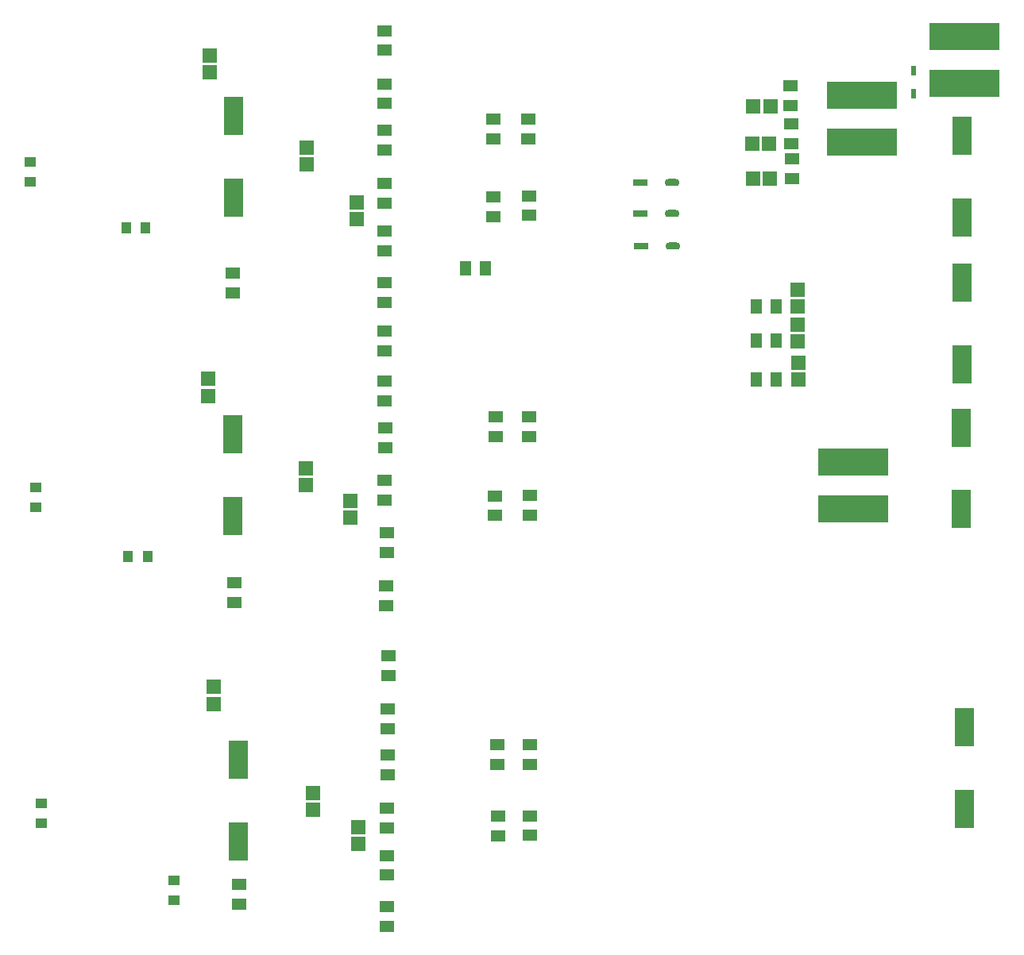
<source format=gbp>
G04*
G04 #@! TF.GenerationSoftware,Altium Limited,Altium Designer,21.6.4 (81)*
G04*
G04 Layer_Color=128*
%FSLAX43Y43*%
%MOMM*%
G71*
G04*
G04 #@! TF.SameCoordinates,346ECB39-7FB1-4B03-902B-A5351CF8790B*
G04*
G04*
G04 #@! TF.FilePolarity,Positive*
G04*
G01*
G75*
%ADD18R,1.508X1.207*%
%ADD20R,1.207X1.508*%
G04:AMPARAMS|DCode=24|XSize=1.607mm|YSize=0.762mm|CornerRadius=0.381mm|HoleSize=0mm|Usage=FLASHONLY|Rotation=0.000|XOffset=0mm|YOffset=0mm|HoleType=Round|Shape=RoundedRectangle|*
%AMROUNDEDRECTD24*
21,1,1.607,0.000,0,0,0.0*
21,1,0.845,0.762,0,0,0.0*
1,1,0.762,0.422,0.000*
1,1,0.762,-0.422,0.000*
1,1,0.762,-0.422,0.000*
1,1,0.762,0.422,0.000*
%
%ADD24ROUNDEDRECTD24*%
%ADD25R,1.607X0.762*%
%ADD26R,1.505X1.556*%
%ADD29R,1.556X1.505*%
%ADD82R,0.500X1.000*%
%ADD83R,1.200X1.100*%
%ADD84R,1.100X1.200*%
%ADD85R,2.000X4.100*%
%ADD86R,7.500X3.000*%
D18*
X210160Y142104D02*
D03*
Y144205D02*
D03*
X210109Y145863D02*
D03*
Y147964D02*
D03*
X210058Y149952D02*
D03*
Y152054D02*
D03*
X178867Y72025D02*
D03*
Y74127D02*
D03*
X151257Y64761D02*
D03*
Y66862D02*
D03*
X178816Y81721D02*
D03*
Y79620D02*
D03*
X167030Y74965D02*
D03*
Y72863D02*
D03*
X182270Y74177D02*
D03*
Y72076D02*
D03*
X167030Y69936D02*
D03*
Y67834D02*
D03*
X182245Y79645D02*
D03*
Y81747D02*
D03*
X167030Y62348D02*
D03*
Y64449D02*
D03*
X167132Y78527D02*
D03*
Y80629D02*
D03*
X167183Y89154D02*
D03*
Y91256D02*
D03*
X167132Y83464D02*
D03*
Y85566D02*
D03*
X178537Y106188D02*
D03*
Y108290D02*
D03*
X150774Y96901D02*
D03*
Y99003D02*
D03*
X178613Y116738D02*
D03*
Y114637D02*
D03*
X166802Y109931D02*
D03*
Y107829D02*
D03*
X182245Y108299D02*
D03*
Y106197D02*
D03*
X166980Y104353D02*
D03*
Y102251D02*
D03*
X182194Y114637D02*
D03*
Y116738D02*
D03*
X166954Y96561D02*
D03*
Y98663D02*
D03*
X166827Y113417D02*
D03*
Y115519D02*
D03*
X166802Y123765D02*
D03*
Y125866D02*
D03*
Y118447D02*
D03*
Y120548D02*
D03*
X178359Y138040D02*
D03*
Y140141D02*
D03*
X150597Y129912D02*
D03*
Y132013D02*
D03*
X178359Y148488D02*
D03*
Y146387D02*
D03*
X166776Y141640D02*
D03*
Y139538D02*
D03*
X182169Y140294D02*
D03*
Y138192D02*
D03*
X166802Y136560D02*
D03*
Y134458D02*
D03*
X182093Y146345D02*
D03*
Y148447D02*
D03*
X166802Y128911D02*
D03*
Y131013D02*
D03*
X166751Y145202D02*
D03*
Y147304D02*
D03*
Y155810D02*
D03*
Y157912D02*
D03*
X166726Y150130D02*
D03*
Y152232D02*
D03*
D20*
X208467Y128499D02*
D03*
X206366D02*
D03*
X208518Y124841D02*
D03*
X206416D02*
D03*
X208493Y120726D02*
D03*
X206391D02*
D03*
X175378Y132537D02*
D03*
X177479D02*
D03*
D24*
X197460Y134925D02*
D03*
X197409Y138379D02*
D03*
Y141681D02*
D03*
D25*
X194109Y134925D02*
D03*
X194058Y138379D02*
D03*
Y141681D02*
D03*
D26*
X206033Y142138D02*
D03*
X207835D02*
D03*
X205945Y145821D02*
D03*
X207747D02*
D03*
X206084Y149860D02*
D03*
X207885D02*
D03*
D29*
X210795Y130288D02*
D03*
Y128487D02*
D03*
Y126555D02*
D03*
Y124753D02*
D03*
X210896Y122491D02*
D03*
Y120689D02*
D03*
X159131Y76593D02*
D03*
Y74791D02*
D03*
X164008Y71134D02*
D03*
Y72935D02*
D03*
X148539Y86106D02*
D03*
Y87908D02*
D03*
X158369Y111250D02*
D03*
Y109449D02*
D03*
X163119Y105982D02*
D03*
Y107784D02*
D03*
X147930Y118948D02*
D03*
Y120750D02*
D03*
X158445Y145427D02*
D03*
Y143625D02*
D03*
X163805Y137822D02*
D03*
Y139624D02*
D03*
X148158Y153480D02*
D03*
Y155282D02*
D03*
D82*
X223164Y151200D02*
D03*
Y153600D02*
D03*
D83*
X144323Y65142D02*
D03*
Y67242D02*
D03*
X130150Y73397D02*
D03*
Y75497D02*
D03*
X129565Y107052D02*
D03*
Y109152D02*
D03*
X128981Y141774D02*
D03*
Y143874D02*
D03*
D84*
X139429Y101803D02*
D03*
X141529D02*
D03*
X139209Y136906D02*
D03*
X141309D02*
D03*
D85*
X150571Y106121D02*
D03*
Y114821D02*
D03*
X150673Y140100D02*
D03*
Y148800D02*
D03*
X228575Y83579D02*
D03*
Y74879D02*
D03*
X228219Y115570D02*
D03*
Y106870D02*
D03*
X151206Y71425D02*
D03*
Y80125D02*
D03*
X228295Y122320D02*
D03*
Y131020D02*
D03*
X228346Y146666D02*
D03*
Y137966D02*
D03*
D86*
X216738Y106872D02*
D03*
Y111872D02*
D03*
X217653Y151003D02*
D03*
Y146003D02*
D03*
X228549Y157262D02*
D03*
Y152262D02*
D03*
M02*

</source>
